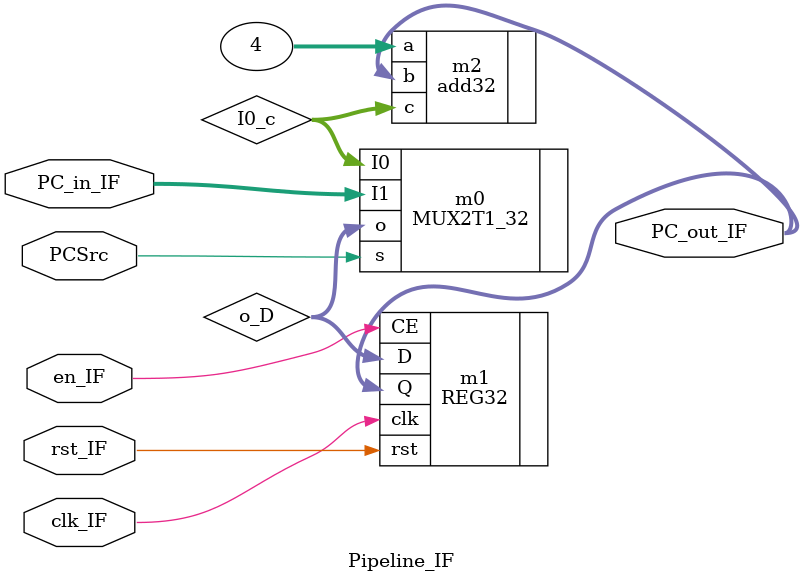
<source format=v>
`timescale 1ns / 1ps


module Pipeline_IF(
    input clk_IF,
    input rst_IF,
    input en_IF,
    input[31:0] PC_in_IF,
    input PCSrc,
    output[31:0] PC_out_IF
    );
    
    wire[31:0] o_D;
    wire[31:0] I0_c;
    
    MUX2T1_32 m0(
        .s(PCSrc),
        .I0(I0_c),
        .I1(PC_in_IF),
        .o(o_D)
    );
    
    REG32 m1(
        .clk(clk_IF),
        .rst(rst_IF),
        .CE(en_IF),
        .D(o_D),
        .Q(PC_out_IF)
    );
    
    add32 m2(
        .a(32'b0000_0000_0000_0000_0000_0000_0000_0100),
        .b(PC_out_IF),
        .c(I0_c)
    );
endmodule

</source>
